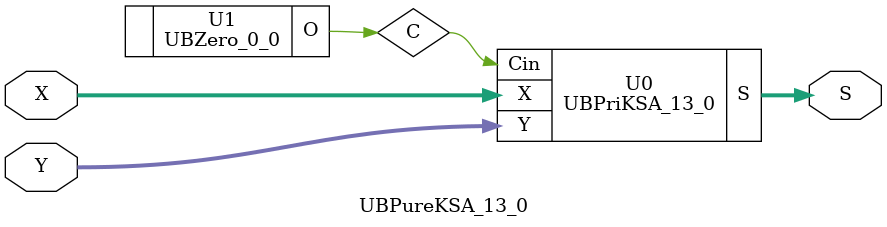
<source format=v>
/*----------------------------------------------------------------------------
  Copyright (c) 2021 Homma laboratory. All rights reserved.

  Top module: UBKSA_13_0_13_0

  Operand-1 length: 14
  Operand-2 length: 14
  Two-operand addition algorithm: Kogge-Stone adder
----------------------------------------------------------------------------*/

module GPGenerator(Go, Po, A, B);
  output Go;
  output Po;
  input A;
  input B;
  assign Go = A & B;
  assign Po = A ^ B;
endmodule

module CarryOperator(Go, Po, Gi1, Pi1, Gi2, Pi2);
  output Go;
  output Po;
  input Gi1;
  input Gi2;
  input Pi1;
  input Pi2;
  assign Go = Gi1 | ( Gi2 & Pi1 );
  assign Po = Pi1 & Pi2;
endmodule

module UBPriKSA_13_0(S, X, Y, Cin);
  output [14:0] S;
  input Cin;
  input [13:0] X;
  input [13:0] Y;
  wire [13:0] G0;
  wire [13:0] G1;
  wire [13:0] G2;
  wire [13:0] G3;
  wire [13:0] G4;
  wire [13:0] P0;
  wire [13:0] P1;
  wire [13:0] P2;
  wire [13:0] P3;
  wire [13:0] P4;
  assign P1[0] = P0[0];
  assign G1[0] = G0[0];
  assign P2[0] = P1[0];
  assign G2[0] = G1[0];
  assign P2[1] = P1[1];
  assign G2[1] = G1[1];
  assign P3[0] = P2[0];
  assign G3[0] = G2[0];
  assign P3[1] = P2[1];
  assign G3[1] = G2[1];
  assign P3[2] = P2[2];
  assign G3[2] = G2[2];
  assign P3[3] = P2[3];
  assign G3[3] = G2[3];
  assign P4[0] = P3[0];
  assign G4[0] = G3[0];
  assign P4[1] = P3[1];
  assign G4[1] = G3[1];
  assign P4[2] = P3[2];
  assign G4[2] = G3[2];
  assign P4[3] = P3[3];
  assign G4[3] = G3[3];
  assign P4[4] = P3[4];
  assign G4[4] = G3[4];
  assign P4[5] = P3[5];
  assign G4[5] = G3[5];
  assign P4[6] = P3[6];
  assign G4[6] = G3[6];
  assign P4[7] = P3[7];
  assign G4[7] = G3[7];
  assign S[0] = Cin ^ P0[0];
  assign S[1] = ( G4[0] | ( P4[0] & Cin ) ) ^ P0[1];
  assign S[2] = ( G4[1] | ( P4[1] & Cin ) ) ^ P0[2];
  assign S[3] = ( G4[2] | ( P4[2] & Cin ) ) ^ P0[3];
  assign S[4] = ( G4[3] | ( P4[3] & Cin ) ) ^ P0[4];
  assign S[5] = ( G4[4] | ( P4[4] & Cin ) ) ^ P0[5];
  assign S[6] = ( G4[5] | ( P4[5] & Cin ) ) ^ P0[6];
  assign S[7] = ( G4[6] | ( P4[6] & Cin ) ) ^ P0[7];
  assign S[8] = ( G4[7] | ( P4[7] & Cin ) ) ^ P0[8];
  assign S[9] = ( G4[8] | ( P4[8] & Cin ) ) ^ P0[9];
  assign S[10] = ( G4[9] | ( P4[9] & Cin ) ) ^ P0[10];
  assign S[11] = ( G4[10] | ( P4[10] & Cin ) ) ^ P0[11];
  assign S[12] = ( G4[11] | ( P4[11] & Cin ) ) ^ P0[12];
  assign S[13] = ( G4[12] | ( P4[12] & Cin ) ) ^ P0[13];
  assign S[14] = G4[13] | ( P4[13] & Cin );
  GPGenerator U0 (G0[0], P0[0], X[0], Y[0]);
  GPGenerator U1 (G0[1], P0[1], X[1], Y[1]);
  GPGenerator U2 (G0[2], P0[2], X[2], Y[2]);
  GPGenerator U3 (G0[3], P0[3], X[3], Y[3]);
  GPGenerator U4 (G0[4], P0[4], X[4], Y[4]);
  GPGenerator U5 (G0[5], P0[5], X[5], Y[5]);
  GPGenerator U6 (G0[6], P0[6], X[6], Y[6]);
  GPGenerator U7 (G0[7], P0[7], X[7], Y[7]);
  GPGenerator U8 (G0[8], P0[8], X[8], Y[8]);
  GPGenerator U9 (G0[9], P0[9], X[9], Y[9]);
  GPGenerator U10 (G0[10], P0[10], X[10], Y[10]);
  GPGenerator U11 (G0[11], P0[11], X[11], Y[11]);
  GPGenerator U12 (G0[12], P0[12], X[12], Y[12]);
  GPGenerator U13 (G0[13], P0[13], X[13], Y[13]);
  CarryOperator U14 (G1[1], P1[1], G0[1], P0[1], G0[0], P0[0]);
  CarryOperator U15 (G1[2], P1[2], G0[2], P0[2], G0[1], P0[1]);
  CarryOperator U16 (G1[3], P1[3], G0[3], P0[3], G0[2], P0[2]);
  CarryOperator U17 (G1[4], P1[4], G0[4], P0[4], G0[3], P0[3]);
  CarryOperator U18 (G1[5], P1[5], G0[5], P0[5], G0[4], P0[4]);
  CarryOperator U19 (G1[6], P1[6], G0[6], P0[6], G0[5], P0[5]);
  CarryOperator U20 (G1[7], P1[7], G0[7], P0[7], G0[6], P0[6]);
  CarryOperator U21 (G1[8], P1[8], G0[8], P0[8], G0[7], P0[7]);
  CarryOperator U22 (G1[9], P1[9], G0[9], P0[9], G0[8], P0[8]);
  CarryOperator U23 (G1[10], P1[10], G0[10], P0[10], G0[9], P0[9]);
  CarryOperator U24 (G1[11], P1[11], G0[11], P0[11], G0[10], P0[10]);
  CarryOperator U25 (G1[12], P1[12], G0[12], P0[12], G0[11], P0[11]);
  CarryOperator U26 (G1[13], P1[13], G0[13], P0[13], G0[12], P0[12]);
  CarryOperator U27 (G2[2], P2[2], G1[2], P1[2], G1[0], P1[0]);
  CarryOperator U28 (G2[3], P2[3], G1[3], P1[3], G1[1], P1[1]);
  CarryOperator U29 (G2[4], P2[4], G1[4], P1[4], G1[2], P1[2]);
  CarryOperator U30 (G2[5], P2[5], G1[5], P1[5], G1[3], P1[3]);
  CarryOperator U31 (G2[6], P2[6], G1[6], P1[6], G1[4], P1[4]);
  CarryOperator U32 (G2[7], P2[7], G1[7], P1[7], G1[5], P1[5]);
  CarryOperator U33 (G2[8], P2[8], G1[8], P1[8], G1[6], P1[6]);
  CarryOperator U34 (G2[9], P2[9], G1[9], P1[9], G1[7], P1[7]);
  CarryOperator U35 (G2[10], P2[10], G1[10], P1[10], G1[8], P1[8]);
  CarryOperator U36 (G2[11], P2[11], G1[11], P1[11], G1[9], P1[9]);
  CarryOperator U37 (G2[12], P2[12], G1[12], P1[12], G1[10], P1[10]);
  CarryOperator U38 (G2[13], P2[13], G1[13], P1[13], G1[11], P1[11]);
  CarryOperator U39 (G3[4], P3[4], G2[4], P2[4], G2[0], P2[0]);
  CarryOperator U40 (G3[5], P3[5], G2[5], P2[5], G2[1], P2[1]);
  CarryOperator U41 (G3[6], P3[6], G2[6], P2[6], G2[2], P2[2]);
  CarryOperator U42 (G3[7], P3[7], G2[7], P2[7], G2[3], P2[3]);
  CarryOperator U43 (G3[8], P3[8], G2[8], P2[8], G2[4], P2[4]);
  CarryOperator U44 (G3[9], P3[9], G2[9], P2[9], G2[5], P2[5]);
  CarryOperator U45 (G3[10], P3[10], G2[10], P2[10], G2[6], P2[6]);
  CarryOperator U46 (G3[11], P3[11], G2[11], P2[11], G2[7], P2[7]);
  CarryOperator U47 (G3[12], P3[12], G2[12], P2[12], G2[8], P2[8]);
  CarryOperator U48 (G3[13], P3[13], G2[13], P2[13], G2[9], P2[9]);
  CarryOperator U49 (G4[8], P4[8], G3[8], P3[8], G3[0], P3[0]);
  CarryOperator U50 (G4[9], P4[9], G3[9], P3[9], G3[1], P3[1]);
  CarryOperator U51 (G4[10], P4[10], G3[10], P3[10], G3[2], P3[2]);
  CarryOperator U52 (G4[11], P4[11], G3[11], P3[11], G3[3], P3[3]);
  CarryOperator U53 (G4[12], P4[12], G3[12], P3[12], G3[4], P3[4]);
  CarryOperator U54 (G4[13], P4[13], G3[13], P3[13], G3[5], P3[5]);
endmodule

module UBZero_0_0(O);
  output [0:0] O;
  assign O[0] = 0;
endmodule

module UBKSA_13_0_13_0 (S, X, Y);
  output [14:0] S;
  input [13:0] X;
  input [13:0] Y;
  UBPureKSA_13_0 U0 (S[14:0], X[13:0], Y[13:0]);
endmodule

module UBPureKSA_13_0 (S, X, Y);
  output [14:0] S;
  input [13:0] X;
  input [13:0] Y;
  wire C;
  UBPriKSA_13_0 U0 (S, X, Y, C);
  UBZero_0_0 U1 (C);
endmodule


</source>
